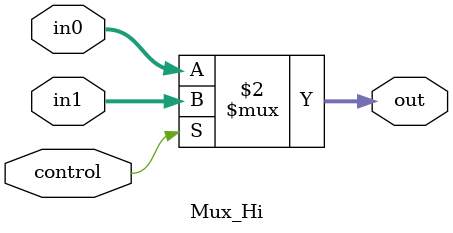
<source format=v>
module Mux_Hi(
    input wire [31:0] in0,
    input wire  [31:0] in1,
    input wire  control,
    output wire [31:0] out
    );

    assign out = (control == 1'b0) ? in0:
                 in1;
                 
endmodule
</source>
